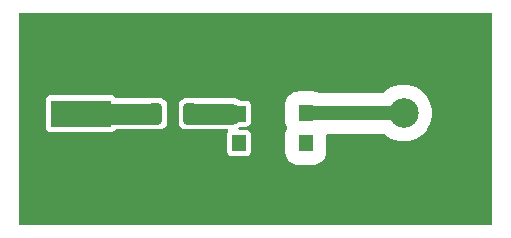
<source format=gbr>
%TF.GenerationSoftware,KiCad,Pcbnew,8.0.3*%
%TF.CreationDate,2024-07-19T13:19:08+02:00*%
%TF.ProjectId,Konwerter_impendancji.kicad_3_pcb,4b6f6e77-6572-4746-9572-5f696d70656e,rev?*%
%TF.SameCoordinates,Original*%
%TF.FileFunction,Copper,L1,Top*%
%TF.FilePolarity,Positive*%
%FSLAX46Y46*%
G04 Gerber Fmt 4.6, Leading zero omitted, Abs format (unit mm)*
G04 Created by KiCad (PCBNEW 8.0.3) date 2024-07-19 13:19:08*
%MOMM*%
%LPD*%
G01*
G04 APERTURE LIST*
G04 Aperture macros list*
%AMRoundRect*
0 Rectangle with rounded corners*
0 $1 Rounding radius*
0 $2 $3 $4 $5 $6 $7 $8 $9 X,Y pos of 4 corners*
0 Add a 4 corners polygon primitive as box body*
4,1,4,$2,$3,$4,$5,$6,$7,$8,$9,$2,$3,0*
0 Add four circle primitives for the rounded corners*
1,1,$1+$1,$2,$3*
1,1,$1+$1,$4,$5*
1,1,$1+$1,$6,$7*
1,1,$1+$1,$8,$9*
0 Add four rect primitives between the rounded corners*
20,1,$1+$1,$2,$3,$4,$5,0*
20,1,$1+$1,$4,$5,$6,$7,0*
20,1,$1+$1,$6,$7,$8,$9,0*
20,1,$1+$1,$8,$9,$2,$3,0*%
G04 Aperture macros list end*
%TA.AperFunction,SMDPad,CuDef*%
%ADD10RoundRect,0.250000X0.325000X0.650000X-0.325000X0.650000X-0.325000X-0.650000X0.325000X-0.650000X0*%
%TD*%
%TA.AperFunction,SMDPad,CuDef*%
%ADD11R,1.200000X1.350000*%
%TD*%
%TA.AperFunction,SMDPad,CuDef*%
%ADD12R,1.200000X1.300000*%
%TD*%
%TA.AperFunction,SMDPad,CuDef*%
%ADD13R,5.080000X2.290000*%
%TD*%
%TA.AperFunction,SMDPad,CuDef*%
%ADD14R,5.080000X2.420000*%
%TD*%
%TA.AperFunction,SMDPad,CuDef*%
%ADD15R,0.950000X0.460000*%
%TD*%
%TA.AperFunction,ComponentPad*%
%ADD16C,0.970000*%
%TD*%
%TA.AperFunction,ComponentPad*%
%ADD17C,2.500000*%
%TD*%
%TA.AperFunction,ComponentPad*%
%ADD18C,3.500000*%
%TD*%
%TA.AperFunction,Conductor*%
%ADD19C,0.250000*%
%TD*%
%TA.AperFunction,Conductor*%
%ADD20C,1.800000*%
%TD*%
%TA.AperFunction,Conductor*%
%ADD21C,1.500000*%
%TD*%
%TA.AperFunction,Conductor*%
%ADD22C,1.120000*%
%TD*%
%TA.AperFunction,Conductor*%
%ADD23C,1.200000*%
%TD*%
G04 APERTURE END LIST*
D10*
%TO.P,C1,1*%
%TO.N,Net-(C1-Pad1)*%
X116425000Y-104817500D03*
%TO.P,C1,2*%
%TO.N,Net-(J1-In)*%
X113475000Y-104817500D03*
%TD*%
D11*
%TO.P,TR1,1*%
%TO.N,Net-(C1-Pad1)*%
X120540000Y-104810000D03*
%TO.P,TR1,2*%
%TO.N,N/C*%
X120550000Y-107300000D03*
%TO.P,TR1,3*%
%TO.N,GND*%
X120530000Y-109780000D03*
D12*
%TO.P,TR1,4*%
X126190000Y-109740000D03*
D11*
%TO.P,TR1,5*%
%TO.N,N/C*%
X126190000Y-107310000D03*
%TO.P,TR1,6*%
%TO.N,Net-(C2-Pad1)*%
X126190000Y-104770000D03*
%TD*%
D13*
%TO.P,J1,1,In*%
%TO.N,Net-(J1-In)*%
X107160000Y-104817500D03*
D14*
%TO.P,J1,2,Ext*%
%TO.N,GND*%
X107160000Y-100437500D03*
X107160000Y-109197500D03*
D15*
X110150000Y-100437500D03*
X110150000Y-109197500D03*
D16*
X110600000Y-100437500D03*
X110600000Y-109197500D03*
%TD*%
D17*
%TO.P,J2,1*%
%TO.N,Net-(C2-Pad1)*%
X134480000Y-104777500D03*
D18*
%TO.P,J2,2*%
%TO.N,GND*%
X130480000Y-100677500D03*
X130480000Y-108877500D03*
X138380000Y-100777500D03*
X138380000Y-108877500D03*
%TD*%
D19*
%TO.N,Net-(C1-Pad1)*%
X120532500Y-104817500D02*
X120540000Y-104810000D01*
D20*
X116900000Y-104817500D02*
X119900000Y-104817500D01*
D21*
%TO.N,Net-(J1-In)*%
X106900000Y-104837500D02*
X106920000Y-104817500D01*
D20*
X106660000Y-104817500D02*
X113100000Y-104817500D01*
D22*
%TO.N,Net-(C2-Pad1)*%
X126207500Y-104787500D02*
X126190000Y-104770000D01*
D23*
X134440000Y-104787500D02*
X126207500Y-104787500D01*
%TD*%
%TA.AperFunction,Conductor*%
%TO.N,GND*%
G36*
X141883039Y-96289685D02*
G01*
X141928794Y-96342489D01*
X141940000Y-96394000D01*
X141940000Y-114146000D01*
X141920315Y-114213039D01*
X141867511Y-114258794D01*
X141816000Y-114270000D01*
X122498910Y-114270000D01*
X122483338Y-104023984D01*
X124439500Y-104023984D01*
X124439500Y-105516015D01*
X124445650Y-105604624D01*
X124445652Y-105604640D01*
X124494465Y-105812176D01*
X124494468Y-105812186D01*
X124572942Y-105989915D01*
X124582013Y-106059193D01*
X124572942Y-106090085D01*
X124494468Y-106267813D01*
X124494465Y-106267823D01*
X124445652Y-106475359D01*
X124445650Y-106475375D01*
X124439500Y-106563984D01*
X124439500Y-108056015D01*
X124445650Y-108144624D01*
X124445652Y-108144640D01*
X124494465Y-108352176D01*
X124494467Y-108352182D01*
X124494468Y-108352185D01*
X124580591Y-108547237D01*
X124580592Y-108547238D01*
X124701088Y-108723141D01*
X124701093Y-108723147D01*
X124851852Y-108873906D01*
X124851858Y-108873911D01*
X125027763Y-108994409D01*
X125222815Y-109080532D01*
X125222821Y-109080533D01*
X125222823Y-109080534D01*
X125430359Y-109129347D01*
X125430364Y-109129347D01*
X125430370Y-109129349D01*
X125479602Y-109132766D01*
X125518984Y-109135500D01*
X125518988Y-109135500D01*
X126861016Y-109135500D01*
X126896459Y-109133039D01*
X126949630Y-109129349D01*
X126949636Y-109129347D01*
X126949640Y-109129347D01*
X127157176Y-109080534D01*
X127157174Y-109080534D01*
X127157185Y-109080532D01*
X127352237Y-108994409D01*
X127528142Y-108873911D01*
X127678911Y-108723142D01*
X127799409Y-108547237D01*
X127885532Y-108352185D01*
X127934349Y-108144630D01*
X127940500Y-108056012D01*
X127940500Y-106662000D01*
X127960185Y-106594961D01*
X128012989Y-106549206D01*
X128064500Y-106538000D01*
X132798949Y-106538000D01*
X132865988Y-106557685D01*
X132883833Y-106571608D01*
X132946836Y-106630772D01*
X132946846Y-106630780D01*
X133191193Y-106808308D01*
X133191198Y-106808310D01*
X133191205Y-106808316D01*
X133455896Y-106953832D01*
X133455901Y-106953834D01*
X133455903Y-106953835D01*
X133455904Y-106953836D01*
X133736734Y-107065024D01*
X133736737Y-107065025D01*
X133834259Y-107090064D01*
X134029302Y-107140142D01*
X134176039Y-107158679D01*
X134328963Y-107177999D01*
X134328969Y-107177999D01*
X134328973Y-107178000D01*
X134328975Y-107178000D01*
X134631025Y-107178000D01*
X134631027Y-107178000D01*
X134631032Y-107177999D01*
X134631036Y-107177999D01*
X134710591Y-107167948D01*
X134930698Y-107140142D01*
X135223262Y-107065025D01*
X135223265Y-107065024D01*
X135504095Y-106953836D01*
X135504096Y-106953835D01*
X135504094Y-106953835D01*
X135504104Y-106953832D01*
X135768795Y-106808316D01*
X136013162Y-106630774D01*
X136233349Y-106424004D01*
X136425885Y-106191268D01*
X136587733Y-105936236D01*
X136716341Y-105662930D01*
X136809681Y-105375660D01*
X136866280Y-105078957D01*
X136885246Y-104777500D01*
X136866280Y-104476043D01*
X136809681Y-104179340D01*
X136716341Y-103892070D01*
X136587733Y-103618764D01*
X136425885Y-103363732D01*
X136233349Y-103130996D01*
X136013162Y-102924226D01*
X136013159Y-102924224D01*
X136013153Y-102924219D01*
X135768806Y-102746691D01*
X135768799Y-102746686D01*
X135768795Y-102746684D01*
X135504104Y-102601168D01*
X135504101Y-102601166D01*
X135504096Y-102601164D01*
X135504095Y-102601163D01*
X135223265Y-102489975D01*
X135223262Y-102489974D01*
X134930695Y-102414857D01*
X134631036Y-102377000D01*
X134631027Y-102377000D01*
X134328973Y-102377000D01*
X134328963Y-102377000D01*
X134029304Y-102414857D01*
X133736737Y-102489974D01*
X133736734Y-102489975D01*
X133455904Y-102601163D01*
X133455903Y-102601164D01*
X133191205Y-102746684D01*
X133191193Y-102746691D01*
X132946846Y-102924219D01*
X132946836Y-102924227D01*
X132925248Y-102944500D01*
X132866714Y-102999468D01*
X132862535Y-103003392D01*
X132800190Y-103034934D01*
X132777651Y-103037000D01*
X127268346Y-103037000D01*
X127218261Y-103026435D01*
X127157180Y-102999466D01*
X126949640Y-102950652D01*
X126949624Y-102950650D01*
X126861016Y-102944500D01*
X126861012Y-102944500D01*
X125518988Y-102944500D01*
X125518984Y-102944500D01*
X125430375Y-102950650D01*
X125430359Y-102950652D01*
X125222823Y-102999465D01*
X125222817Y-102999467D01*
X125027761Y-103085592D01*
X124851858Y-103206088D01*
X124851852Y-103206093D01*
X124701093Y-103356852D01*
X124701088Y-103356858D01*
X124580592Y-103532761D01*
X124494467Y-103727817D01*
X124494465Y-103727823D01*
X124445652Y-103935359D01*
X124445650Y-103935375D01*
X124439500Y-104023984D01*
X122483338Y-104023984D01*
X122471554Y-96270000D01*
X141816000Y-96270000D01*
X141883039Y-96289685D01*
G37*
%TD.AperFunction*%
%TD*%
%TA.AperFunction,Conductor*%
%TO.N,GND*%
G36*
X122498910Y-114270000D02*
G01*
X102064000Y-114270000D01*
X101996961Y-114250315D01*
X101951206Y-114197511D01*
X101940000Y-114146000D01*
X101940000Y-103639006D01*
X104194500Y-103639006D01*
X104194500Y-105995993D01*
X104210279Y-106095621D01*
X104210280Y-106095624D01*
X104210281Y-106095626D01*
X104271472Y-106215720D01*
X104271473Y-106215721D01*
X104271476Y-106215725D01*
X104366774Y-106311023D01*
X104366778Y-106311026D01*
X104366780Y-106311028D01*
X104486874Y-106372219D01*
X104486876Y-106372219D01*
X104486878Y-106372220D01*
X104586507Y-106388000D01*
X104586512Y-106388000D01*
X109733493Y-106388000D01*
X109833121Y-106372220D01*
X109833121Y-106372219D01*
X109833126Y-106372219D01*
X109953220Y-106311028D01*
X110048528Y-106215720D01*
X110049661Y-106213496D01*
X110051085Y-106210703D01*
X110099060Y-106159908D01*
X110161568Y-106143000D01*
X113854591Y-106143000D01*
X113854594Y-106143000D01*
X113922657Y-106136815D01*
X114079270Y-106088012D01*
X114129160Y-106057853D01*
X114219648Y-106003151D01*
X114219647Y-106003151D01*
X114219653Y-106003148D01*
X114335648Y-105887153D01*
X114368065Y-105833528D01*
X114420511Y-105746772D01*
X114420514Y-105746763D01*
X114460599Y-105618126D01*
X114469315Y-105590157D01*
X114475500Y-105522094D01*
X114475500Y-104112906D01*
X115424500Y-104112906D01*
X115424500Y-105522094D01*
X115430685Y-105590157D01*
X115430686Y-105590162D01*
X115430687Y-105590164D01*
X115479485Y-105746763D01*
X115479488Y-105746772D01*
X115564348Y-105887148D01*
X115564351Y-105887152D01*
X115680347Y-106003148D01*
X115680351Y-106003151D01*
X115820727Y-106088011D01*
X115820730Y-106088012D01*
X115977343Y-106136815D01*
X116045406Y-106143000D01*
X116045409Y-106143000D01*
X119530889Y-106143000D01*
X119597928Y-106162685D01*
X119643683Y-106215489D01*
X119653627Y-106284647D01*
X119624602Y-106348203D01*
X119618570Y-106354681D01*
X119601476Y-106371774D01*
X119601473Y-106371778D01*
X119540279Y-106491878D01*
X119524500Y-106591506D01*
X119524500Y-108008493D01*
X119540279Y-108108121D01*
X119540280Y-108108124D01*
X119540281Y-108108126D01*
X119601472Y-108228220D01*
X119601473Y-108228221D01*
X119601476Y-108228225D01*
X119696774Y-108323523D01*
X119696778Y-108323526D01*
X119696780Y-108323528D01*
X119816874Y-108384719D01*
X119816876Y-108384719D01*
X119816878Y-108384720D01*
X119916507Y-108400500D01*
X119916512Y-108400500D01*
X121183493Y-108400500D01*
X121283121Y-108384720D01*
X121283121Y-108384719D01*
X121283126Y-108384719D01*
X121403220Y-108323528D01*
X121498528Y-108228220D01*
X121559719Y-108108126D01*
X121559720Y-108108121D01*
X121575500Y-108008493D01*
X121575500Y-106591506D01*
X121559720Y-106491878D01*
X121559719Y-106491876D01*
X121559719Y-106491874D01*
X121498528Y-106371780D01*
X121498526Y-106371778D01*
X121498523Y-106371774D01*
X121403225Y-106276476D01*
X121403221Y-106276473D01*
X121403220Y-106276472D01*
X121283126Y-106215281D01*
X121283124Y-106215280D01*
X121283121Y-106215279D01*
X121183493Y-106199500D01*
X121183488Y-106199500D01*
X120623836Y-106199500D01*
X120556797Y-106179815D01*
X120511042Y-106127011D01*
X120501098Y-106057853D01*
X120530123Y-105994297D01*
X120567542Y-105965015D01*
X120577547Y-105959916D01*
X120594714Y-105951170D01*
X120600251Y-105947146D01*
X120618097Y-105934182D01*
X120683903Y-105910702D01*
X120690982Y-105910500D01*
X121173493Y-105910500D01*
X121273121Y-105894720D01*
X121273121Y-105894719D01*
X121273126Y-105894719D01*
X121393220Y-105833528D01*
X121488528Y-105738220D01*
X121549719Y-105618126D01*
X121554149Y-105590157D01*
X121565500Y-105518493D01*
X121565500Y-104101506D01*
X121549720Y-104001878D01*
X121549719Y-104001876D01*
X121549719Y-104001874D01*
X121488528Y-103881780D01*
X121488526Y-103881778D01*
X121488523Y-103881774D01*
X121393225Y-103786476D01*
X121393221Y-103786473D01*
X121393220Y-103786472D01*
X121273126Y-103725281D01*
X121273124Y-103725280D01*
X121273121Y-103725279D01*
X121173493Y-103709500D01*
X121173488Y-103709500D01*
X120670336Y-103709500D01*
X120603297Y-103689815D01*
X120597452Y-103685819D01*
X120594715Y-103683831D01*
X120594716Y-103683831D01*
X120594714Y-103683830D01*
X120506753Y-103639012D01*
X120408820Y-103589112D01*
X120210389Y-103524637D01*
X120004324Y-103492000D01*
X120004319Y-103492000D01*
X116804594Y-103492000D01*
X116045406Y-103492000D01*
X115977343Y-103498185D01*
X115977339Y-103498186D01*
X115977335Y-103498187D01*
X115820736Y-103546985D01*
X115820727Y-103546988D01*
X115680351Y-103631848D01*
X115680347Y-103631851D01*
X115564351Y-103747847D01*
X115564348Y-103747851D01*
X115479488Y-103888227D01*
X115479485Y-103888236D01*
X115430687Y-104044835D01*
X115430685Y-104044843D01*
X115424500Y-104112906D01*
X114475500Y-104112906D01*
X114469315Y-104044843D01*
X114420512Y-103888230D01*
X114420511Y-103888227D01*
X114335651Y-103747851D01*
X114335648Y-103747847D01*
X114219652Y-103631851D01*
X114219648Y-103631848D01*
X114079272Y-103546988D01*
X114079263Y-103546985D01*
X113922664Y-103498187D01*
X113922662Y-103498186D01*
X113922657Y-103498185D01*
X113854594Y-103492000D01*
X113854591Y-103492000D01*
X110161568Y-103492000D01*
X110094529Y-103472315D01*
X110051085Y-103424297D01*
X110048530Y-103419284D01*
X110048528Y-103419280D01*
X110048525Y-103419277D01*
X110048523Y-103419274D01*
X109953225Y-103323976D01*
X109953221Y-103323973D01*
X109953220Y-103323972D01*
X109833126Y-103262781D01*
X109833124Y-103262780D01*
X109833121Y-103262779D01*
X109733493Y-103247000D01*
X109733488Y-103247000D01*
X104586512Y-103247000D01*
X104586507Y-103247000D01*
X104486878Y-103262779D01*
X104366778Y-103323973D01*
X104366774Y-103323976D01*
X104271476Y-103419274D01*
X104271473Y-103419278D01*
X104210279Y-103539378D01*
X104194500Y-103639006D01*
X101940000Y-103639006D01*
X101940000Y-96394000D01*
X101959685Y-96326961D01*
X102012489Y-96281206D01*
X102064000Y-96270000D01*
X122471554Y-96270000D01*
X122498910Y-114270000D01*
G37*
%TD.AperFunction*%
%TD*%
M02*

</source>
